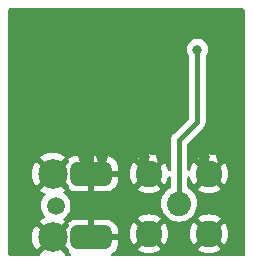
<source format=gbr>
%TF.GenerationSoftware,KiCad,Pcbnew,7.0.2*%
%TF.CreationDate,2024-04-02T18:30:14-04:00*%
%TF.ProjectId,filt1,66696c74-312e-46b6-9963-61645f706362,rev?*%
%TF.SameCoordinates,Original*%
%TF.FileFunction,Copper,L2,Bot*%
%TF.FilePolarity,Positive*%
%FSLAX46Y46*%
G04 Gerber Fmt 4.6, Leading zero omitted, Abs format (unit mm)*
G04 Created by KiCad (PCBNEW 7.0.2) date 2024-04-02 18:30:14*
%MOMM*%
%LPD*%
G01*
G04 APERTURE LIST*
G04 Aperture macros list*
%AMRoundRect*
0 Rectangle with rounded corners*
0 $1 Rounding radius*
0 $2 $3 $4 $5 $6 $7 $8 $9 X,Y pos of 4 corners*
0 Add a 4 corners polygon primitive as box body*
4,1,4,$2,$3,$4,$5,$6,$7,$8,$9,$2,$3,0*
0 Add four circle primitives for the rounded corners*
1,1,$1+$1,$2,$3*
1,1,$1+$1,$4,$5*
1,1,$1+$1,$6,$7*
1,1,$1+$1,$8,$9*
0 Add four rect primitives between the rounded corners*
20,1,$1+$1,$2,$3,$4,$5,0*
20,1,$1+$1,$4,$5,$6,$7,0*
20,1,$1+$1,$6,$7,$8,$9,0*
20,1,$1+$1,$8,$9,$2,$3,0*%
G04 Aperture macros list end*
%TA.AperFunction,ComponentPad*%
%ADD10C,1.016000*%
%TD*%
%TA.AperFunction,ComponentPad*%
%ADD11C,2.250000*%
%TD*%
%TA.AperFunction,ComponentPad*%
%ADD12C,2.050000*%
%TD*%
%TA.AperFunction,ComponentPad*%
%ADD13C,1.500000*%
%TD*%
%TA.AperFunction,ComponentPad*%
%ADD14C,2.500000*%
%TD*%
%TA.AperFunction,ComponentPad*%
%ADD15RoundRect,0.500000X1.250000X-0.500000X1.250000X0.500000X-1.250000X0.500000X-1.250000X-0.500000X0*%
%TD*%
%TA.AperFunction,ViaPad*%
%ADD16C,0.800000*%
%TD*%
%TA.AperFunction,Conductor*%
%ADD17C,0.400000*%
%TD*%
G04 APERTURE END LIST*
D10*
%TO.P,U1,3,GND*%
%TO.N,GND*%
X166404000Y-97579500D03*
X167928000Y-97579500D03*
%TO.P,U1,5,GND*%
X171484000Y-97579500D03*
X173008000Y-97579500D03*
%TO.P,U1,7,GND*%
X176564000Y-97579500D03*
X178088000Y-97579500D03*
X162086000Y-91864500D03*
X164626000Y-91864500D03*
X167166000Y-91864500D03*
X169706000Y-91864500D03*
X172246000Y-91864500D03*
X174786000Y-91864500D03*
X177326000Y-91864500D03*
X162086000Y-90594500D03*
X164626000Y-90594500D03*
X167166000Y-90594500D03*
X169706000Y-90594500D03*
X172246000Y-90594500D03*
X174786000Y-90594500D03*
X177326000Y-90594500D03*
%TD*%
D11*
%TO.P,J2,2,Ext*%
%TO.N,GND*%
X171920000Y-99000000D03*
X177000000Y-99000000D03*
X171920000Y-104080000D03*
X177000000Y-104080000D03*
D12*
%TO.P,J2,1,In*%
%TO.N,Net-(J2-In)*%
X174460000Y-101540000D03*
%TD*%
D13*
%TO.P,J1,1,In*%
%TO.N,Net-(J1-In)*%
X164000000Y-101700000D03*
D14*
%TO.P,J1,2,Ext*%
%TO.N,GND*%
X163750000Y-104400000D03*
D15*
X167000000Y-104400000D03*
D14*
X163750000Y-99000000D03*
D15*
X167000000Y-99000000D03*
%TD*%
D16*
%TO.N,Net-(J2-In)*%
X176000000Y-88500000D03*
%TD*%
D17*
%TO.N,Net-(J2-In)*%
X176000000Y-94585606D02*
X176000000Y-88500000D01*
X174460000Y-96125606D02*
X176000000Y-94585606D01*
X174460000Y-101540000D02*
X174460000Y-96125606D01*
%TD*%
%TA.AperFunction,Conductor*%
%TO.N,GND*%
G36*
X179942539Y-85020185D02*
G01*
X179988294Y-85072989D01*
X179999500Y-85124500D01*
X179999500Y-105875500D01*
X179979815Y-105942539D01*
X179927011Y-105988294D01*
X179875500Y-105999500D01*
X168810168Y-105999500D01*
X168743129Y-105979815D01*
X168697374Y-105927011D01*
X168687430Y-105857853D01*
X168716455Y-105794297D01*
X168752756Y-105765592D01*
X168803128Y-105739279D01*
X168960752Y-105610752D01*
X169089276Y-105453131D01*
X169183442Y-105272862D01*
X169239390Y-105077329D01*
X169249757Y-104960731D01*
X169250000Y-104955260D01*
X169250000Y-104650000D01*
X168195882Y-104650000D01*
X168234556Y-104556631D01*
X168255177Y-104400000D01*
X168234556Y-104243369D01*
X168195882Y-104150000D01*
X169250000Y-104150000D01*
X169250000Y-104080000D01*
X170289975Y-104080000D01*
X170310043Y-104334993D01*
X170369753Y-104583705D01*
X170467636Y-104820012D01*
X170601284Y-105038108D01*
X170604533Y-105041911D01*
X170604535Y-105041911D01*
X171168766Y-104477679D01*
X171212316Y-104559822D01*
X171332009Y-104700735D01*
X171479195Y-104812623D01*
X171521402Y-104832150D01*
X170958087Y-105395464D01*
X170958087Y-105395465D01*
X170961895Y-105398718D01*
X171179982Y-105532361D01*
X171416294Y-105630246D01*
X171665006Y-105689956D01*
X171920000Y-105710024D01*
X172174993Y-105689956D01*
X172423705Y-105630246D01*
X172660012Y-105532363D01*
X172878108Y-105398715D01*
X172881911Y-105395465D01*
X172881912Y-105395464D01*
X172318609Y-104832161D01*
X172437431Y-104760669D01*
X172571658Y-104633523D01*
X172674861Y-104481308D01*
X173235464Y-105041912D01*
X173235465Y-105041911D01*
X173238715Y-105038108D01*
X173372363Y-104820012D01*
X173470246Y-104583705D01*
X173529956Y-104334993D01*
X173550024Y-104080000D01*
X175369975Y-104080000D01*
X175390043Y-104334993D01*
X175449753Y-104583705D01*
X175547636Y-104820012D01*
X175681284Y-105038108D01*
X175684533Y-105041911D01*
X175684535Y-105041911D01*
X176248766Y-104477678D01*
X176292316Y-104559822D01*
X176412009Y-104700735D01*
X176559195Y-104812623D01*
X176601402Y-104832150D01*
X176038087Y-105395464D01*
X176038087Y-105395465D01*
X176041895Y-105398718D01*
X176259982Y-105532361D01*
X176496294Y-105630246D01*
X176745006Y-105689956D01*
X177000000Y-105710024D01*
X177254993Y-105689956D01*
X177503705Y-105630246D01*
X177740012Y-105532363D01*
X177958108Y-105398715D01*
X177961911Y-105395465D01*
X177961912Y-105395464D01*
X177398609Y-104832161D01*
X177517431Y-104760669D01*
X177651658Y-104633523D01*
X177754861Y-104481308D01*
X178315464Y-105041912D01*
X178315465Y-105041911D01*
X178318715Y-105038108D01*
X178452363Y-104820012D01*
X178550246Y-104583705D01*
X178609956Y-104334993D01*
X178630024Y-104080000D01*
X178609956Y-103825006D01*
X178550246Y-103576294D01*
X178452361Y-103339982D01*
X178318718Y-103121895D01*
X178315465Y-103118087D01*
X178315464Y-103118087D01*
X177751232Y-103682319D01*
X177707684Y-103600178D01*
X177587991Y-103459265D01*
X177440805Y-103347377D01*
X177398596Y-103327849D01*
X177961911Y-102764535D01*
X177961911Y-102764533D01*
X177958108Y-102761284D01*
X177740012Y-102627636D01*
X177503705Y-102529753D01*
X177254993Y-102470043D01*
X177000000Y-102449975D01*
X176745006Y-102470043D01*
X176496294Y-102529753D01*
X176259982Y-102627638D01*
X176041895Y-102761281D01*
X176038087Y-102764533D01*
X176601391Y-103327837D01*
X176482569Y-103399331D01*
X176348342Y-103526477D01*
X176245138Y-103678691D01*
X175684534Y-103118087D01*
X175684533Y-103118087D01*
X175681281Y-103121895D01*
X175547638Y-103339982D01*
X175449753Y-103576294D01*
X175390043Y-103825006D01*
X175369975Y-104080000D01*
X173550024Y-104080000D01*
X173550024Y-104079999D01*
X173529956Y-103825006D01*
X173470246Y-103576294D01*
X173372361Y-103339982D01*
X173238718Y-103121895D01*
X173235465Y-103118087D01*
X173235464Y-103118087D01*
X172671232Y-103682318D01*
X172627684Y-103600178D01*
X172507991Y-103459265D01*
X172360805Y-103347377D01*
X172318597Y-103327849D01*
X172881911Y-102764535D01*
X172881911Y-102764533D01*
X172878108Y-102761284D01*
X172660012Y-102627636D01*
X172423705Y-102529753D01*
X172174993Y-102470043D01*
X171920000Y-102449975D01*
X171665006Y-102470043D01*
X171416294Y-102529753D01*
X171179982Y-102627638D01*
X170961895Y-102761281D01*
X170958087Y-102764533D01*
X170958087Y-102764534D01*
X171521390Y-103327837D01*
X171402569Y-103399331D01*
X171268342Y-103526477D01*
X171165138Y-103678691D01*
X170604534Y-103118087D01*
X170604533Y-103118087D01*
X170601281Y-103121895D01*
X170467638Y-103339982D01*
X170369753Y-103576294D01*
X170310043Y-103825006D01*
X170289975Y-104080000D01*
X169250000Y-104080000D01*
X169250000Y-103844739D01*
X169249757Y-103839268D01*
X169239390Y-103722670D01*
X169183442Y-103527137D01*
X169089276Y-103346868D01*
X168960752Y-103189247D01*
X168803131Y-103060723D01*
X168622862Y-102966557D01*
X168427329Y-102910609D01*
X168310731Y-102900242D01*
X168305261Y-102900000D01*
X167250000Y-102900000D01*
X167250000Y-103800000D01*
X166750000Y-103800000D01*
X166750000Y-102900000D01*
X165694739Y-102900000D01*
X165689268Y-102900242D01*
X165572670Y-102910609D01*
X165377135Y-102966558D01*
X165196869Y-103060721D01*
X165056566Y-103175123D01*
X165056565Y-103175124D01*
X165104816Y-103223375D01*
X165138301Y-103284698D01*
X165133317Y-103354390D01*
X165104816Y-103398737D01*
X164501232Y-104002319D01*
X164457684Y-103920178D01*
X164337991Y-103779265D01*
X164190805Y-103667377D01*
X164148596Y-103647849D01*
X164799167Y-102997278D01*
X164708455Y-102935432D01*
X164664153Y-102881403D01*
X164656094Y-102811999D01*
X164686837Y-102749257D01*
X164707178Y-102731407D01*
X164806877Y-102661598D01*
X164961598Y-102506877D01*
X165087102Y-102327639D01*
X165179575Y-102129330D01*
X165236207Y-101917977D01*
X165255277Y-101700000D01*
X165236207Y-101482023D01*
X165179575Y-101270670D01*
X165087102Y-101072362D01*
X164961598Y-100893123D01*
X164806877Y-100738402D01*
X164707181Y-100668594D01*
X164663558Y-100614019D01*
X164656366Y-100544520D01*
X164687888Y-100482166D01*
X164708455Y-100464568D01*
X164799167Y-100402720D01*
X164148609Y-99752161D01*
X164267431Y-99680669D01*
X164401658Y-99553523D01*
X164504861Y-99401308D01*
X165104816Y-100001262D01*
X165138301Y-100062585D01*
X165133317Y-100132276D01*
X165104816Y-100176624D01*
X165056566Y-100224874D01*
X165196868Y-100339276D01*
X165377137Y-100433442D01*
X165572670Y-100489390D01*
X165689268Y-100499757D01*
X165694739Y-100500000D01*
X166750000Y-100500000D01*
X166750000Y-99600000D01*
X167250000Y-99600000D01*
X167250000Y-100500000D01*
X168305261Y-100500000D01*
X168310731Y-100499757D01*
X168427329Y-100489390D01*
X168622862Y-100433442D01*
X168803131Y-100339276D01*
X168960752Y-100210752D01*
X169089276Y-100053131D01*
X169183442Y-99872862D01*
X169239390Y-99677329D01*
X169249757Y-99560731D01*
X169250000Y-99555260D01*
X169250000Y-99250000D01*
X168195882Y-99250000D01*
X168234556Y-99156631D01*
X168255177Y-99000000D01*
X168255177Y-98999999D01*
X170289975Y-98999999D01*
X170310043Y-99254993D01*
X170369753Y-99503705D01*
X170467636Y-99740012D01*
X170601284Y-99958108D01*
X170604533Y-99961911D01*
X170604535Y-99961911D01*
X171168766Y-99397679D01*
X171212316Y-99479822D01*
X171332009Y-99620735D01*
X171479195Y-99732623D01*
X171521402Y-99752150D01*
X170958087Y-100315464D01*
X170958087Y-100315465D01*
X170961895Y-100318718D01*
X171179982Y-100452361D01*
X171416294Y-100550246D01*
X171665006Y-100609956D01*
X171920000Y-100630024D01*
X172174993Y-100609956D01*
X172423705Y-100550246D01*
X172660012Y-100452363D01*
X172878108Y-100318715D01*
X172881911Y-100315465D01*
X172881912Y-100315464D01*
X172318609Y-99752161D01*
X172437431Y-99680669D01*
X172571658Y-99553523D01*
X172674861Y-99401309D01*
X173235464Y-99961912D01*
X173235465Y-99961911D01*
X173238715Y-99958108D01*
X173372363Y-99740012D01*
X173470246Y-99503705D01*
X173514926Y-99317600D01*
X173549717Y-99257008D01*
X173611743Y-99224844D01*
X173681312Y-99231320D01*
X173736336Y-99274380D01*
X173759345Y-99340352D01*
X173759500Y-99346547D01*
X173759500Y-100110674D01*
X173739815Y-100177713D01*
X173700290Y-100216401D01*
X173560562Y-100302027D01*
X173377973Y-100457973D01*
X173222028Y-100640560D01*
X173096567Y-100845296D01*
X173004676Y-101067136D01*
X172948623Y-101300619D01*
X172929783Y-101540000D01*
X172948623Y-101779380D01*
X173004676Y-102012863D01*
X173052919Y-102129330D01*
X173096567Y-102234704D01*
X173222028Y-102439439D01*
X173377973Y-102622027D01*
X173560561Y-102777972D01*
X173765296Y-102903433D01*
X173922160Y-102968408D01*
X173987136Y-102995323D01*
X174060898Y-103013031D01*
X174220621Y-103051377D01*
X174460000Y-103070217D01*
X174699379Y-103051377D01*
X174932863Y-102995323D01*
X175154704Y-102903433D01*
X175359439Y-102777972D01*
X175542027Y-102622027D01*
X175697972Y-102439439D01*
X175823433Y-102234704D01*
X175915323Y-102012863D01*
X175971377Y-101779379D01*
X175990217Y-101540000D01*
X175971377Y-101300621D01*
X175933031Y-101140898D01*
X175915323Y-101067136D01*
X175888408Y-101002160D01*
X175823433Y-100845296D01*
X175697972Y-100640561D01*
X175542027Y-100457973D01*
X175359439Y-100302028D01*
X175332434Y-100285479D01*
X175219710Y-100216401D01*
X175172835Y-100164589D01*
X175160500Y-100110674D01*
X175160500Y-99346547D01*
X175180185Y-99279508D01*
X175232989Y-99233753D01*
X175302147Y-99223809D01*
X175365703Y-99252834D01*
X175403477Y-99311612D01*
X175405074Y-99317600D01*
X175449753Y-99503705D01*
X175547636Y-99740012D01*
X175681284Y-99958108D01*
X175684533Y-99961911D01*
X175684535Y-99961911D01*
X176248766Y-99397679D01*
X176292316Y-99479822D01*
X176412009Y-99620735D01*
X176559195Y-99732623D01*
X176601402Y-99752150D01*
X176038087Y-100315464D01*
X176038087Y-100315465D01*
X176041895Y-100318718D01*
X176259982Y-100452361D01*
X176496294Y-100550246D01*
X176745006Y-100609956D01*
X177000000Y-100630024D01*
X177254993Y-100609956D01*
X177503705Y-100550246D01*
X177740012Y-100452363D01*
X177958108Y-100318715D01*
X177961911Y-100315465D01*
X177961912Y-100315464D01*
X177398609Y-99752161D01*
X177517431Y-99680669D01*
X177651658Y-99553523D01*
X177754861Y-99401309D01*
X178315464Y-99961912D01*
X178315465Y-99961911D01*
X178318715Y-99958108D01*
X178452363Y-99740012D01*
X178550246Y-99503705D01*
X178609956Y-99254993D01*
X178630024Y-99000000D01*
X178609956Y-98745006D01*
X178550246Y-98496294D01*
X178452361Y-98259982D01*
X178318718Y-98041895D01*
X178315465Y-98038087D01*
X178315464Y-98038087D01*
X177751232Y-98602319D01*
X177707684Y-98520178D01*
X177587991Y-98379265D01*
X177440805Y-98267377D01*
X177398597Y-98247849D01*
X177961911Y-97684535D01*
X177961911Y-97684533D01*
X177958108Y-97681284D01*
X177740012Y-97547636D01*
X177503705Y-97449753D01*
X177254993Y-97390043D01*
X177000000Y-97369975D01*
X176745006Y-97390043D01*
X176496294Y-97449753D01*
X176259982Y-97547638D01*
X176041895Y-97681281D01*
X176038087Y-97684533D01*
X176038087Y-97684534D01*
X176601390Y-98247837D01*
X176482569Y-98319331D01*
X176348342Y-98446477D01*
X176245138Y-98598691D01*
X175684534Y-98038087D01*
X175684533Y-98038087D01*
X175681281Y-98041895D01*
X175547638Y-98259982D01*
X175449753Y-98496294D01*
X175405074Y-98682399D01*
X175370283Y-98742991D01*
X175308257Y-98775155D01*
X175238688Y-98768679D01*
X175183664Y-98725619D01*
X175160655Y-98659647D01*
X175160500Y-98653452D01*
X175160500Y-96467124D01*
X175180185Y-96400085D01*
X175196814Y-96379448D01*
X176477731Y-95098530D01*
X176483150Y-95093429D01*
X176528183Y-95053535D01*
X176562355Y-95004026D01*
X176566775Y-94998019D01*
X176603878Y-94950663D01*
X176608035Y-94941425D01*
X176619060Y-94921876D01*
X176624818Y-94913536D01*
X176646150Y-94857284D01*
X176648999Y-94850406D01*
X176673695Y-94795537D01*
X176675522Y-94785562D01*
X176681549Y-94763945D01*
X176685140Y-94754478D01*
X176692387Y-94694785D01*
X176693514Y-94687383D01*
X176704358Y-94628212D01*
X176700723Y-94568138D01*
X176700500Y-94560718D01*
X176700500Y-89115387D01*
X176720184Y-89048352D01*
X176732349Y-89032419D01*
X176732533Y-89032216D01*
X176827179Y-88868284D01*
X176885674Y-88688256D01*
X176905460Y-88500000D01*
X176885674Y-88311744D01*
X176827179Y-88131716D01*
X176827179Y-88131715D01*
X176732533Y-87967783D01*
X176605870Y-87827110D01*
X176452730Y-87715848D01*
X176279802Y-87638855D01*
X176094648Y-87599500D01*
X176094646Y-87599500D01*
X175905354Y-87599500D01*
X175905352Y-87599500D01*
X175720197Y-87638855D01*
X175547269Y-87715848D01*
X175394129Y-87827110D01*
X175267466Y-87967783D01*
X175172820Y-88131715D01*
X175114326Y-88311742D01*
X175094540Y-88499999D01*
X175114326Y-88688257D01*
X175172820Y-88868284D01*
X175267465Y-89032214D01*
X175267646Y-89032415D01*
X175267964Y-89033078D01*
X175273983Y-89043503D01*
X175273188Y-89043961D01*
X175297879Y-89095405D01*
X175299500Y-89115391D01*
X175299500Y-94244086D01*
X175279815Y-94311125D01*
X175263181Y-94331767D01*
X173982290Y-95612657D01*
X173976838Y-95617789D01*
X173931816Y-95657676D01*
X173897649Y-95707174D01*
X173893213Y-95713203D01*
X173856121Y-95760548D01*
X173851961Y-95769792D01*
X173840941Y-95789331D01*
X173835182Y-95797675D01*
X173813853Y-95853911D01*
X173810989Y-95860825D01*
X173786303Y-95915676D01*
X173784475Y-95925653D01*
X173778454Y-95947254D01*
X173774859Y-95956734D01*
X173767609Y-96016433D01*
X173766483Y-96023832D01*
X173755641Y-96082996D01*
X173759274Y-96143039D01*
X173759500Y-96150526D01*
X173759500Y-98653452D01*
X173739815Y-98720491D01*
X173687011Y-98766246D01*
X173617853Y-98776190D01*
X173554297Y-98747165D01*
X173516523Y-98688387D01*
X173514926Y-98682399D01*
X173470246Y-98496294D01*
X173372361Y-98259982D01*
X173238718Y-98041895D01*
X173235465Y-98038087D01*
X173235464Y-98038087D01*
X172671232Y-98602319D01*
X172627684Y-98520178D01*
X172507991Y-98379265D01*
X172360805Y-98267377D01*
X172318597Y-98247849D01*
X172881911Y-97684535D01*
X172881911Y-97684533D01*
X172878108Y-97681284D01*
X172660012Y-97547636D01*
X172423705Y-97449753D01*
X172174993Y-97390043D01*
X171919999Y-97369975D01*
X171665006Y-97390043D01*
X171416294Y-97449753D01*
X171179982Y-97547638D01*
X170961895Y-97681281D01*
X170958087Y-97684533D01*
X170958087Y-97684534D01*
X171521390Y-98247837D01*
X171402569Y-98319331D01*
X171268342Y-98446477D01*
X171165138Y-98598691D01*
X170604534Y-98038087D01*
X170604533Y-98038087D01*
X170601281Y-98041895D01*
X170467638Y-98259982D01*
X170369753Y-98496294D01*
X170310043Y-98745006D01*
X170289975Y-98999999D01*
X168255177Y-98999999D01*
X168234556Y-98843369D01*
X168195882Y-98750000D01*
X169250000Y-98750000D01*
X169250000Y-98444739D01*
X169249757Y-98439268D01*
X169239390Y-98322670D01*
X169183442Y-98127137D01*
X169089276Y-97946868D01*
X168960752Y-97789247D01*
X168803131Y-97660723D01*
X168622862Y-97566557D01*
X168427329Y-97510609D01*
X168310731Y-97500242D01*
X168305261Y-97500000D01*
X167250000Y-97500000D01*
X167250000Y-98400000D01*
X166750000Y-98400000D01*
X166750000Y-97500000D01*
X165694739Y-97500000D01*
X165689268Y-97500242D01*
X165572670Y-97510609D01*
X165377135Y-97566558D01*
X165196869Y-97660721D01*
X165056566Y-97775123D01*
X165056565Y-97775124D01*
X165104816Y-97823375D01*
X165138301Y-97884698D01*
X165133317Y-97954390D01*
X165104816Y-97998737D01*
X164501232Y-98602319D01*
X164457684Y-98520178D01*
X164337991Y-98379265D01*
X164190805Y-98267377D01*
X164148596Y-98247849D01*
X164799167Y-97597278D01*
X164627451Y-97480205D01*
X164391139Y-97366403D01*
X164140503Y-97289091D01*
X163881144Y-97250000D01*
X163618856Y-97250000D01*
X163359496Y-97289091D01*
X163108860Y-97366403D01*
X162872545Y-97480206D01*
X162700832Y-97597278D01*
X163351391Y-98247837D01*
X163232569Y-98319331D01*
X163098342Y-98446477D01*
X162995138Y-98598691D01*
X162347873Y-97951427D01*
X162300028Y-98011424D01*
X162168882Y-98238576D01*
X162073059Y-98482729D01*
X162014693Y-98738447D01*
X161995092Y-99000000D01*
X162014693Y-99261552D01*
X162073059Y-99517270D01*
X162168882Y-99761424D01*
X162300027Y-99988573D01*
X162347873Y-100048571D01*
X162347874Y-100048571D01*
X162998766Y-99397679D01*
X163042316Y-99479822D01*
X163162009Y-99620735D01*
X163309195Y-99732623D01*
X163351402Y-99752150D01*
X162700831Y-100402720D01*
X162872546Y-100519793D01*
X163079018Y-100619226D01*
X163130878Y-100666049D01*
X163149190Y-100733476D01*
X163128142Y-100800100D01*
X163112898Y-100818627D01*
X163038400Y-100893125D01*
X162912898Y-101072361D01*
X162820425Y-101270668D01*
X162763792Y-101482025D01*
X162744722Y-101699999D01*
X162763792Y-101917974D01*
X162789217Y-102012863D01*
X162820425Y-102129330D01*
X162912898Y-102327639D01*
X163038402Y-102506877D01*
X163038404Y-102506880D01*
X163038405Y-102506880D01*
X163112897Y-102581372D01*
X163146382Y-102642695D01*
X163141398Y-102712387D01*
X163099526Y-102768320D01*
X163079018Y-102780773D01*
X162872546Y-102880206D01*
X162700832Y-102997278D01*
X163351391Y-103647837D01*
X163232569Y-103719331D01*
X163098342Y-103846477D01*
X162995138Y-103998691D01*
X162347873Y-103351427D01*
X162300028Y-103411424D01*
X162168882Y-103638576D01*
X162073059Y-103882729D01*
X162014693Y-104138447D01*
X161995092Y-104400000D01*
X162014693Y-104661552D01*
X162073059Y-104917270D01*
X162168882Y-105161424D01*
X162300027Y-105388573D01*
X162347873Y-105448571D01*
X162347874Y-105448571D01*
X162998766Y-104797679D01*
X163042316Y-104879822D01*
X163162009Y-105020735D01*
X163309195Y-105132623D01*
X163351402Y-105152150D01*
X162700831Y-105802720D01*
X162706274Y-105860760D01*
X162705528Y-105860829D01*
X162709667Y-105896482D01*
X162678923Y-105959224D01*
X162619138Y-105995384D01*
X162587455Y-105999500D01*
X160124500Y-105999500D01*
X160057461Y-105979815D01*
X160011706Y-105927011D01*
X160000500Y-105875500D01*
X160000500Y-85124500D01*
X160020185Y-85057461D01*
X160072989Y-85011706D01*
X160124500Y-85000500D01*
X179875500Y-85000500D01*
X179942539Y-85020185D01*
G37*
%TD.AperFunction*%
%TA.AperFunction,Conductor*%
G36*
X165104816Y-105401262D02*
G01*
X165138301Y-105462585D01*
X165133317Y-105532276D01*
X165104816Y-105576624D01*
X165056566Y-105624874D01*
X165196871Y-105739279D01*
X165247244Y-105765592D01*
X165297551Y-105814079D01*
X165313658Y-105882066D01*
X165290451Y-105947969D01*
X165235298Y-105990864D01*
X165189832Y-105999500D01*
X164912542Y-105999500D01*
X164845503Y-105979815D01*
X164799748Y-105927011D01*
X164789804Y-105857853D01*
X164795081Y-105846297D01*
X164799167Y-105802720D01*
X164148609Y-105152161D01*
X164267431Y-105080669D01*
X164401658Y-104953523D01*
X164504861Y-104801308D01*
X165104816Y-105401262D01*
G37*
%TD.AperFunction*%
%TD*%
M02*

</source>
